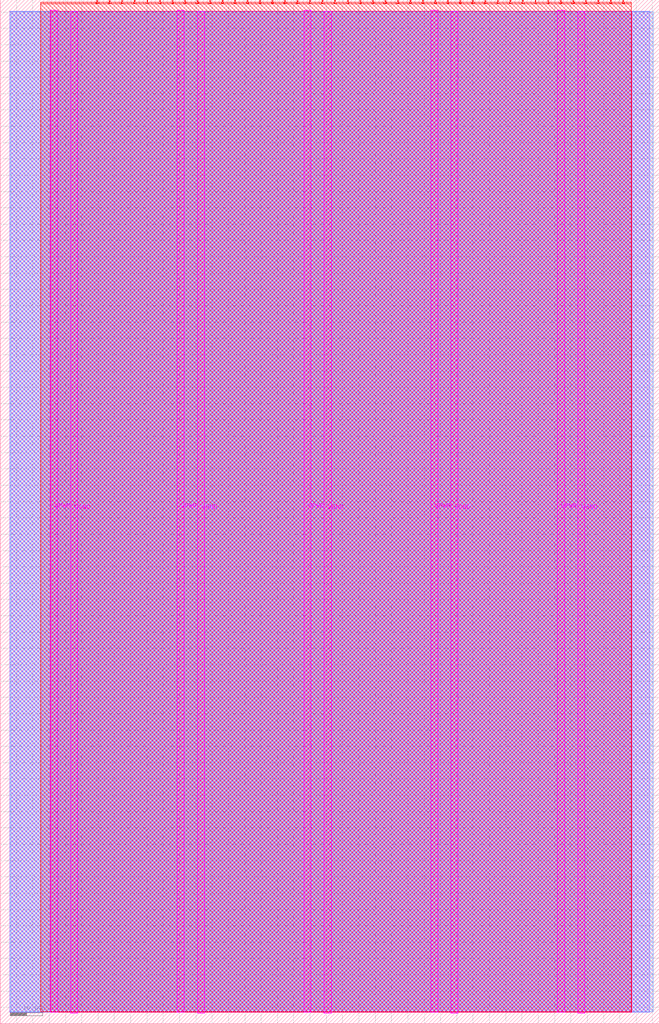
<source format=lef>
VERSION 5.7 ;
  NOWIREEXTENSIONATPIN ON ;
  DIVIDERCHAR "/" ;
  BUSBITCHARS "[]" ;
MACRO tt_um_piggy_top
  CLASS BLOCK ;
  FOREIGN tt_um_piggy_top ;
  ORIGIN 0.000 0.000 ;
  SIZE 202.080 BY 313.740 ;
  PIN VGND
    DIRECTION INOUT ;
    USE GROUND ;
    PORT
      LAYER TopMetal1 ;
        RECT 21.580 3.150 23.780 310.180 ;
    END
    PORT
      LAYER TopMetal1 ;
        RECT 60.450 3.150 62.650 310.180 ;
    END
    PORT
      LAYER TopMetal1 ;
        RECT 99.320 3.150 101.520 310.180 ;
    END
    PORT
      LAYER TopMetal1 ;
        RECT 138.190 3.150 140.390 310.180 ;
    END
    PORT
      LAYER TopMetal1 ;
        RECT 177.060 3.150 179.260 310.180 ;
    END
  END VGND
  PIN VPWR
    DIRECTION INOUT ;
    USE POWER ;
    PORT
      LAYER TopMetal1 ;
        RECT 15.380 3.560 17.580 310.590 ;
    END
    PORT
      LAYER TopMetal1 ;
        RECT 54.250 3.560 56.450 310.590 ;
    END
    PORT
      LAYER TopMetal1 ;
        RECT 93.120 3.560 95.320 310.590 ;
    END
    PORT
      LAYER TopMetal1 ;
        RECT 131.990 3.560 134.190 310.590 ;
    END
    PORT
      LAYER TopMetal1 ;
        RECT 170.860 3.560 173.060 310.590 ;
    END
  END VPWR
  PIN clk
    DIRECTION INPUT ;
    USE SIGNAL ;
    ANTENNAGATEAREA 0.725400 ;
    PORT
      LAYER Metal4 ;
        RECT 187.050 312.740 187.350 313.740 ;
    END
  END clk
  PIN ena
    DIRECTION INPUT ;
    USE SIGNAL ;
    PORT
      LAYER Metal4 ;
        RECT 190.890 312.740 191.190 313.740 ;
    END
  END ena
  PIN rst_n
    DIRECTION INPUT ;
    USE SIGNAL ;
    ANTENNAGATEAREA 1.450800 ;
    PORT
      LAYER Metal4 ;
        RECT 183.210 312.740 183.510 313.740 ;
    END
  END rst_n
  PIN ui_in[0]
    DIRECTION INPUT ;
    USE SIGNAL ;
    PORT
      LAYER Metal4 ;
        RECT 179.370 312.740 179.670 313.740 ;
    END
  END ui_in[0]
  PIN ui_in[1]
    DIRECTION INPUT ;
    USE SIGNAL ;
    PORT
      LAYER Metal4 ;
        RECT 175.530 312.740 175.830 313.740 ;
    END
  END ui_in[1]
  PIN ui_in[2]
    DIRECTION INPUT ;
    USE SIGNAL ;
    ANTENNAGATEAREA 0.180700 ;
    PORT
      LAYER Metal4 ;
        RECT 171.690 312.740 171.990 313.740 ;
    END
  END ui_in[2]
  PIN ui_in[3]
    DIRECTION INPUT ;
    USE SIGNAL ;
    ANTENNAGATEAREA 0.180700 ;
    PORT
      LAYER Metal4 ;
        RECT 167.850 312.740 168.150 313.740 ;
    END
  END ui_in[3]
  PIN ui_in[4]
    DIRECTION INPUT ;
    USE SIGNAL ;
    ANTENNAGATEAREA 0.180700 ;
    PORT
      LAYER Metal4 ;
        RECT 164.010 312.740 164.310 313.740 ;
    END
  END ui_in[4]
  PIN ui_in[5]
    DIRECTION INPUT ;
    USE SIGNAL ;
    ANTENNAGATEAREA 0.180700 ;
    PORT
      LAYER Metal4 ;
        RECT 160.170 312.740 160.470 313.740 ;
    END
  END ui_in[5]
  PIN ui_in[6]
    DIRECTION INPUT ;
    USE SIGNAL ;
    ANTENNAGATEAREA 0.180700 ;
    PORT
      LAYER Metal4 ;
        RECT 156.330 312.740 156.630 313.740 ;
    END
  END ui_in[6]
  PIN ui_in[7]
    DIRECTION INPUT ;
    USE SIGNAL ;
    PORT
      LAYER Metal4 ;
        RECT 152.490 312.740 152.790 313.740 ;
    END
  END ui_in[7]
  PIN uio_in[0]
    DIRECTION INPUT ;
    USE SIGNAL ;
    PORT
      LAYER Metal4 ;
        RECT 148.650 312.740 148.950 313.740 ;
    END
  END uio_in[0]
  PIN uio_in[1]
    DIRECTION INPUT ;
    USE SIGNAL ;
    PORT
      LAYER Metal4 ;
        RECT 144.810 312.740 145.110 313.740 ;
    END
  END uio_in[1]
  PIN uio_in[2]
    DIRECTION INPUT ;
    USE SIGNAL ;
    PORT
      LAYER Metal4 ;
        RECT 140.970 312.740 141.270 313.740 ;
    END
  END uio_in[2]
  PIN uio_in[3]
    DIRECTION INPUT ;
    USE SIGNAL ;
    PORT
      LAYER Metal4 ;
        RECT 137.130 312.740 137.430 313.740 ;
    END
  END uio_in[3]
  PIN uio_in[4]
    DIRECTION INPUT ;
    USE SIGNAL ;
    PORT
      LAYER Metal4 ;
        RECT 133.290 312.740 133.590 313.740 ;
    END
  END uio_in[4]
  PIN uio_in[5]
    DIRECTION INPUT ;
    USE SIGNAL ;
    PORT
      LAYER Metal4 ;
        RECT 129.450 312.740 129.750 313.740 ;
    END
  END uio_in[5]
  PIN uio_in[6]
    DIRECTION INPUT ;
    USE SIGNAL ;
    PORT
      LAYER Metal4 ;
        RECT 125.610 312.740 125.910 313.740 ;
    END
  END uio_in[6]
  PIN uio_in[7]
    DIRECTION INPUT ;
    USE SIGNAL ;
    PORT
      LAYER Metal4 ;
        RECT 121.770 312.740 122.070 313.740 ;
    END
  END uio_in[7]
  PIN uio_oe[0]
    DIRECTION OUTPUT ;
    USE SIGNAL ;
    ANTENNADIFFAREA 0.299200 ;
    PORT
      LAYER Metal4 ;
        RECT 56.490 312.740 56.790 313.740 ;
    END
  END uio_oe[0]
  PIN uio_oe[1]
    DIRECTION OUTPUT ;
    USE SIGNAL ;
    ANTENNADIFFAREA 0.299200 ;
    PORT
      LAYER Metal4 ;
        RECT 52.650 312.740 52.950 313.740 ;
    END
  END uio_oe[1]
  PIN uio_oe[2]
    DIRECTION OUTPUT ;
    USE SIGNAL ;
    ANTENNADIFFAREA 0.299200 ;
    PORT
      LAYER Metal4 ;
        RECT 48.810 312.740 49.110 313.740 ;
    END
  END uio_oe[2]
  PIN uio_oe[3]
    DIRECTION OUTPUT ;
    USE SIGNAL ;
    ANTENNADIFFAREA 0.299200 ;
    PORT
      LAYER Metal4 ;
        RECT 44.970 312.740 45.270 313.740 ;
    END
  END uio_oe[3]
  PIN uio_oe[4]
    DIRECTION OUTPUT ;
    USE SIGNAL ;
    ANTENNADIFFAREA 0.299200 ;
    PORT
      LAYER Metal4 ;
        RECT 41.130 312.740 41.430 313.740 ;
    END
  END uio_oe[4]
  PIN uio_oe[5]
    DIRECTION OUTPUT ;
    USE SIGNAL ;
    ANTENNADIFFAREA 0.299200 ;
    PORT
      LAYER Metal4 ;
        RECT 37.290 312.740 37.590 313.740 ;
    END
  END uio_oe[5]
  PIN uio_oe[6]
    DIRECTION OUTPUT ;
    USE SIGNAL ;
    ANTENNADIFFAREA 0.299200 ;
    PORT
      LAYER Metal4 ;
        RECT 33.450 312.740 33.750 313.740 ;
    END
  END uio_oe[6]
  PIN uio_oe[7]
    DIRECTION OUTPUT ;
    USE SIGNAL ;
    ANTENNADIFFAREA 0.299200 ;
    PORT
      LAYER Metal4 ;
        RECT 29.610 312.740 29.910 313.740 ;
    END
  END uio_oe[7]
  PIN uio_out[0]
    DIRECTION OUTPUT ;
    USE SIGNAL ;
    ANTENNADIFFAREA 0.299200 ;
    PORT
      LAYER Metal4 ;
        RECT 87.210 312.740 87.510 313.740 ;
    END
  END uio_out[0]
  PIN uio_out[1]
    DIRECTION OUTPUT ;
    USE SIGNAL ;
    ANTENNADIFFAREA 0.299200 ;
    PORT
      LAYER Metal4 ;
        RECT 83.370 312.740 83.670 313.740 ;
    END
  END uio_out[1]
  PIN uio_out[2]
    DIRECTION OUTPUT ;
    USE SIGNAL ;
    ANTENNADIFFAREA 0.299200 ;
    PORT
      LAYER Metal4 ;
        RECT 79.530 312.740 79.830 313.740 ;
    END
  END uio_out[2]
  PIN uio_out[3]
    DIRECTION OUTPUT ;
    USE SIGNAL ;
    ANTENNADIFFAREA 0.299200 ;
    PORT
      LAYER Metal4 ;
        RECT 75.690 312.740 75.990 313.740 ;
    END
  END uio_out[3]
  PIN uio_out[4]
    DIRECTION OUTPUT ;
    USE SIGNAL ;
    ANTENNADIFFAREA 0.299200 ;
    PORT
      LAYER Metal4 ;
        RECT 71.850 312.740 72.150 313.740 ;
    END
  END uio_out[4]
  PIN uio_out[5]
    DIRECTION OUTPUT ;
    USE SIGNAL ;
    ANTENNADIFFAREA 0.299200 ;
    PORT
      LAYER Metal4 ;
        RECT 68.010 312.740 68.310 313.740 ;
    END
  END uio_out[5]
  PIN uio_out[6]
    DIRECTION OUTPUT ;
    USE SIGNAL ;
    ANTENNADIFFAREA 0.299200 ;
    PORT
      LAYER Metal4 ;
        RECT 64.170 312.740 64.470 313.740 ;
    END
  END uio_out[6]
  PIN uio_out[7]
    DIRECTION OUTPUT ;
    USE SIGNAL ;
    ANTENNADIFFAREA 0.299200 ;
    PORT
      LAYER Metal4 ;
        RECT 60.330 312.740 60.630 313.740 ;
    END
  END uio_out[7]
  PIN uo_out[0]
    DIRECTION OUTPUT ;
    USE SIGNAL ;
    ANTENNADIFFAREA 0.706800 ;
    PORT
      LAYER Metal4 ;
        RECT 117.930 312.740 118.230 313.740 ;
    END
  END uo_out[0]
  PIN uo_out[1]
    DIRECTION OUTPUT ;
    USE SIGNAL ;
    ANTENNADIFFAREA 0.706800 ;
    PORT
      LAYER Metal4 ;
        RECT 114.090 312.740 114.390 313.740 ;
    END
  END uo_out[1]
  PIN uo_out[2]
    DIRECTION OUTPUT ;
    USE SIGNAL ;
    ANTENNADIFFAREA 2.827200 ;
    PORT
      LAYER Metal4 ;
        RECT 110.250 312.740 110.550 313.740 ;
    END
  END uo_out[2]
  PIN uo_out[3]
    DIRECTION OUTPUT ;
    USE SIGNAL ;
    ANTENNADIFFAREA 0.299200 ;
    PORT
      LAYER Metal4 ;
        RECT 106.410 312.740 106.710 313.740 ;
    END
  END uo_out[3]
  PIN uo_out[4]
    DIRECTION OUTPUT ;
    USE SIGNAL ;
    ANTENNADIFFAREA 0.299200 ;
    PORT
      LAYER Metal4 ;
        RECT 102.570 312.740 102.870 313.740 ;
    END
  END uo_out[4]
  PIN uo_out[5]
    DIRECTION OUTPUT ;
    USE SIGNAL ;
    ANTENNADIFFAREA 0.299200 ;
    PORT
      LAYER Metal4 ;
        RECT 98.730 312.740 99.030 313.740 ;
    END
  END uo_out[5]
  PIN uo_out[6]
    DIRECTION OUTPUT ;
    USE SIGNAL ;
    ANTENNADIFFAREA 0.299200 ;
    PORT
      LAYER Metal4 ;
        RECT 94.890 312.740 95.190 313.740 ;
    END
  END uo_out[6]
  PIN uo_out[7]
    DIRECTION OUTPUT ;
    USE SIGNAL ;
    ANTENNADIFFAREA 0.299200 ;
    PORT
      LAYER Metal4 ;
        RECT 91.050 312.740 91.350 313.740 ;
    END
  END uo_out[7]
  OBS
      LAYER GatPoly ;
        RECT 2.880 3.630 199.200 310.110 ;
      LAYER Metal1 ;
        RECT 2.880 3.560 199.200 310.180 ;
      LAYER Metal2 ;
        RECT 3.255 3.635 200.265 310.105 ;
      LAYER Metal3 ;
        RECT 3.215 3.680 200.305 310.060 ;
      LAYER Metal4 ;
        RECT 12.380 312.530 29.400 313.000 ;
        RECT 30.120 312.530 33.240 313.000 ;
        RECT 33.960 312.530 37.080 313.000 ;
        RECT 37.800 312.530 40.920 313.000 ;
        RECT 41.640 312.530 44.760 313.000 ;
        RECT 45.480 312.530 48.600 313.000 ;
        RECT 49.320 312.530 52.440 313.000 ;
        RECT 53.160 312.530 56.280 313.000 ;
        RECT 57.000 312.530 60.120 313.000 ;
        RECT 60.840 312.530 63.960 313.000 ;
        RECT 64.680 312.530 67.800 313.000 ;
        RECT 68.520 312.530 71.640 313.000 ;
        RECT 72.360 312.530 75.480 313.000 ;
        RECT 76.200 312.530 79.320 313.000 ;
        RECT 80.040 312.530 83.160 313.000 ;
        RECT 83.880 312.530 87.000 313.000 ;
        RECT 87.720 312.530 90.840 313.000 ;
        RECT 91.560 312.530 94.680 313.000 ;
        RECT 95.400 312.530 98.520 313.000 ;
        RECT 99.240 312.530 102.360 313.000 ;
        RECT 103.080 312.530 106.200 313.000 ;
        RECT 106.920 312.530 110.040 313.000 ;
        RECT 110.760 312.530 113.880 313.000 ;
        RECT 114.600 312.530 117.720 313.000 ;
        RECT 118.440 312.530 121.560 313.000 ;
        RECT 122.280 312.530 125.400 313.000 ;
        RECT 126.120 312.530 129.240 313.000 ;
        RECT 129.960 312.530 133.080 313.000 ;
        RECT 133.800 312.530 136.920 313.000 ;
        RECT 137.640 312.530 140.760 313.000 ;
        RECT 141.480 312.530 144.600 313.000 ;
        RECT 145.320 312.530 148.440 313.000 ;
        RECT 149.160 312.530 152.280 313.000 ;
        RECT 153.000 312.530 156.120 313.000 ;
        RECT 156.840 312.530 159.960 313.000 ;
        RECT 160.680 312.530 163.800 313.000 ;
        RECT 164.520 312.530 167.640 313.000 ;
        RECT 168.360 312.530 171.480 313.000 ;
        RECT 172.200 312.530 175.320 313.000 ;
        RECT 176.040 312.530 179.160 313.000 ;
        RECT 179.880 312.530 183.000 313.000 ;
        RECT 183.720 312.530 186.840 313.000 ;
        RECT 187.560 312.530 190.680 313.000 ;
        RECT 191.400 312.530 193.545 313.000 ;
        RECT 12.380 3.635 193.545 312.530 ;
      LAYER Metal5 ;
        RECT 15.515 3.470 193.585 310.270 ;
  END
END tt_um_piggy_top
END LIBRARY


</source>
